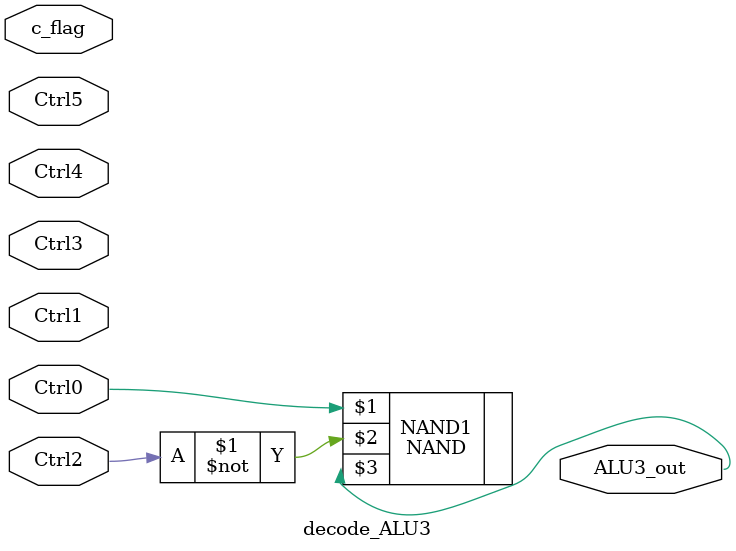
<source format=v>
module decode_ALU3(Ctrl0,Ctrl1,Ctrl2,Ctrl3,Ctrl4,Ctrl5,c_flag,ALU3_out);
    input Ctrl0,Ctrl1,Ctrl2,Ctrl3,Ctrl4,Ctrl5,c_flag;
    output ALU3_out;
    wire tmp1,tmp2;
    NAND NAND1(Ctrl0,~Ctrl2,ALU3_out);
endmodule
</source>
